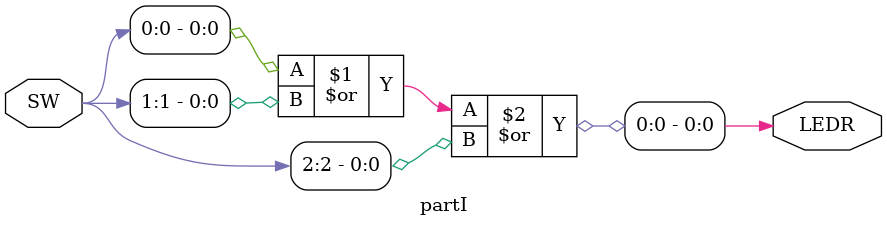
<source format=v>


module partI(

	//////////// SEG7 //////////
//	output		     [7:0]		HEX0,
//	output		     [7:0]		HEX1,
//	output		     [7:0]		HEX2,
//	output		     [7:0]		HEX3,
//	output		     [7:0]		HEX4,
//	output		     [7:0]		HEX5,

	//////////// KEY //////////
//	input 		     [1:0]		KEY,

	//////////// LED //////////
	output		     [9:0]		LEDR,

	//////////// SW //////////
	input 		     [9:0]		SW
);



//=======================================================
//  REG/WIRE declarations
//=======================================================




//=======================================================
//  Structural coding
//=======================================================
assign LEDR[0] = SW[0] | SW[1] | SW[2];


endmodule

</source>
